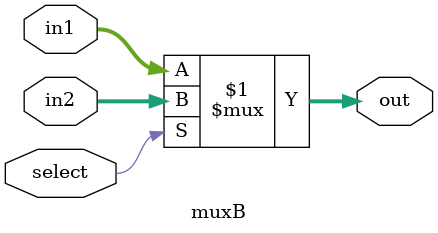
<source format=v>
`timescale 1ns / 1ps


module muxB(
    input [7:0] in1, input [7:0] in2, input select,output [7:0]out
    );
assign out = select ? in2 : in1;
endmodule

</source>
